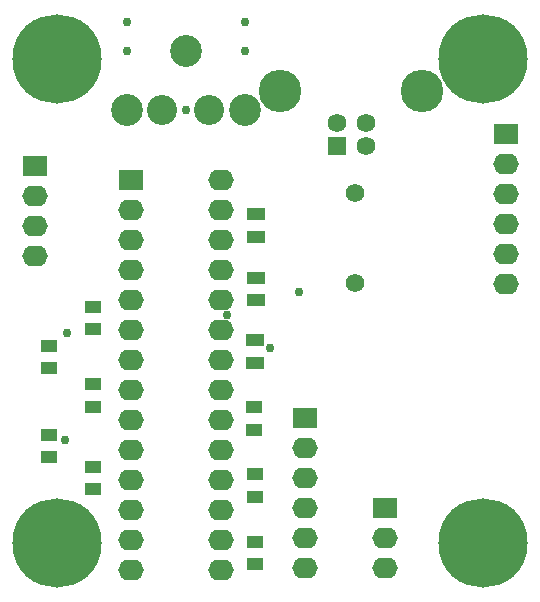
<source format=gbs>
G04*
G04 #@! TF.GenerationSoftware,Altium Limited,Altium Designer,23.4.1 (23)*
G04*
G04 Layer_Color=16711935*
%FSLAX44Y44*%
%MOMM*%
G71*
G04*
G04 #@! TF.SameCoordinates,22DA07C4-7428-49AA-B022-60C06839F0DC*
G04*
G04*
G04 #@! TF.FilePolarity,Negative*
G04*
G01*
G75*
%ADD18R,1.4500X1.0500*%
%ADD21C,1.5580*%
%ADD22O,2.1500X1.7500*%
%ADD23R,2.1500X1.7500*%
%ADD24C,3.6000*%
%ADD25C,1.5810*%
%ADD26R,1.5810X1.5810*%
%ADD27C,7.5500*%
%ADD28C,2.7000*%
%ADD29C,2.5500*%
%ADD30C,0.7500*%
%ADD44R,1.6000X1.0500*%
D18*
X70000Y155500D02*
D03*
Y174500D02*
D03*
Y221000D02*
D03*
Y240000D02*
D03*
X207250Y79250D02*
D03*
Y98250D02*
D03*
X207500Y22250D02*
D03*
Y41250D02*
D03*
X206500Y155000D02*
D03*
Y136000D02*
D03*
X70000Y85500D02*
D03*
Y104500D02*
D03*
X32500Y131500D02*
D03*
Y112500D02*
D03*
Y207000D02*
D03*
Y188000D02*
D03*
D21*
X292000Y336250D02*
D03*
Y260250D02*
D03*
D22*
X178200Y17000D02*
D03*
Y42400D02*
D03*
Y67800D02*
D03*
Y93200D02*
D03*
Y118600D02*
D03*
Y144000D02*
D03*
Y169400D02*
D03*
Y194800D02*
D03*
Y220200D02*
D03*
Y245600D02*
D03*
Y271000D02*
D03*
Y296400D02*
D03*
Y321800D02*
D03*
Y347200D02*
D03*
X102000Y17000D02*
D03*
Y42400D02*
D03*
Y67800D02*
D03*
Y93200D02*
D03*
Y118600D02*
D03*
Y144000D02*
D03*
Y169400D02*
D03*
Y194800D02*
D03*
Y220200D02*
D03*
Y245600D02*
D03*
Y271000D02*
D03*
Y296400D02*
D03*
Y321800D02*
D03*
X419500Y360900D02*
D03*
Y335500D02*
D03*
Y310100D02*
D03*
Y284700D02*
D03*
Y259300D02*
D03*
X250000Y120450D02*
D03*
Y95050D02*
D03*
Y69650D02*
D03*
Y44250D02*
D03*
Y18850D02*
D03*
X317000Y44000D02*
D03*
Y18600D02*
D03*
X21000Y283200D02*
D03*
Y308600D02*
D03*
Y334000D02*
D03*
D23*
X102000Y347200D02*
D03*
X419500Y386300D02*
D03*
X250000Y145850D02*
D03*
X317000Y69400D02*
D03*
X21000Y359400D02*
D03*
D24*
X349000Y423000D02*
D03*
X228600D02*
D03*
D25*
X276300Y395900D02*
D03*
X301300D02*
D03*
Y375900D02*
D03*
D26*
X276300D02*
D03*
D27*
X400000Y450000D02*
D03*
X40000Y40000D02*
D03*
X400000D02*
D03*
X40000Y450000D02*
D03*
D28*
X148500Y456250D02*
D03*
X98500Y406250D02*
D03*
X198500D02*
D03*
D29*
X128500D02*
D03*
X168500D02*
D03*
D30*
X198500Y481250D02*
D03*
Y456250D02*
D03*
X148500Y406250D02*
D03*
X98500Y481250D02*
D03*
Y456250D02*
D03*
X48252Y217924D02*
D03*
X183634Y232910D02*
D03*
X244848Y252976D02*
D03*
X219956Y204970D02*
D03*
X46728Y126992D02*
D03*
D44*
X208500Y299250D02*
D03*
Y318250D02*
D03*
X207000Y192750D02*
D03*
Y211750D02*
D03*
X208000Y245750D02*
D03*
Y264750D02*
D03*
M02*

</source>
